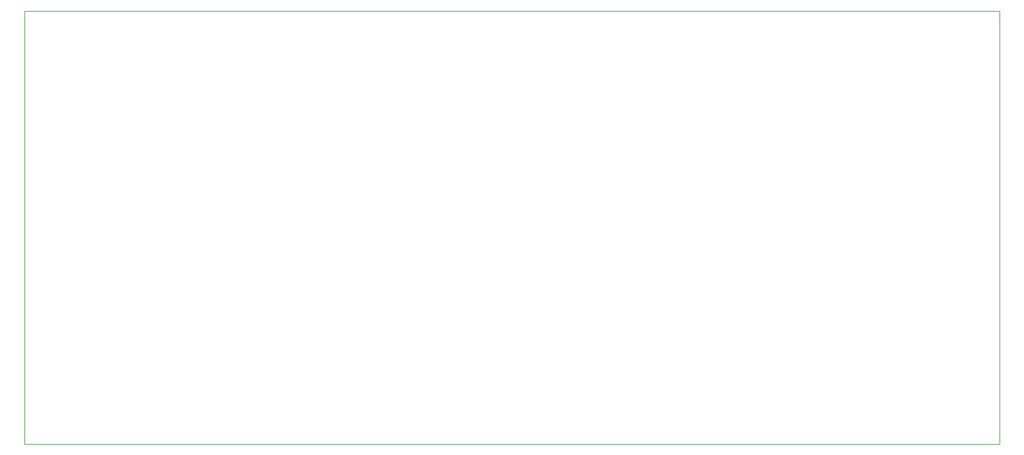
<source format=gm1>
G04 #@! TF.GenerationSoftware,KiCad,Pcbnew,5.1.5+dfsg1-2build2*
G04 #@! TF.CreationDate,2021-09-03T15:29:10+02:00*
G04 #@! TF.ProjectId,Nixie clock main board,4e697869-6520-4636-9c6f-636b206d6169,rev?*
G04 #@! TF.SameCoordinates,Original*
G04 #@! TF.FileFunction,Profile,NP*
%FSLAX46Y46*%
G04 Gerber Fmt 4.6, Leading zero omitted, Abs format (unit mm)*
G04 Created by KiCad (PCBNEW 5.1.5+dfsg1-2build2) date 2021-09-03 15:29:10*
%MOMM*%
%LPD*%
G04 APERTURE LIST*
%ADD10C,0.100000*%
G04 APERTURE END LIST*
D10*
X22000000Y-78000000D02*
X22000000Y-18000000D01*
X157000000Y-78000000D02*
X22000000Y-78000000D01*
X157000000Y-18000000D02*
X157000000Y-78000000D01*
X22000000Y-18000000D02*
X157000000Y-18000000D01*
M02*

</source>
